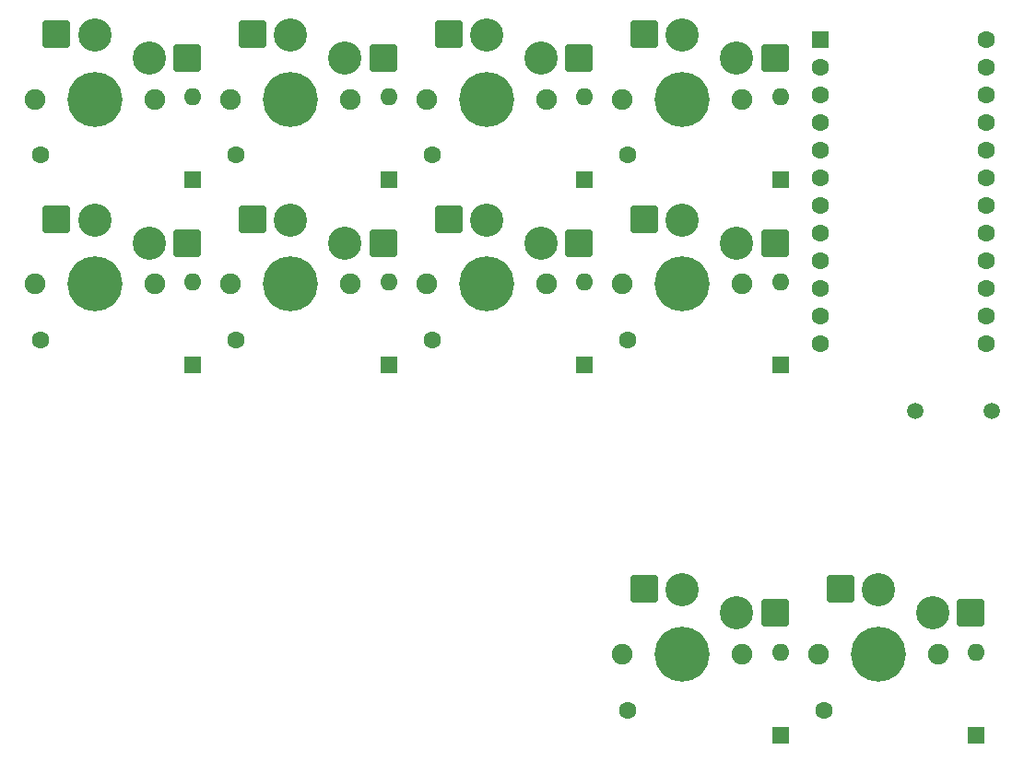
<source format=gbr>
%TF.GenerationSoftware,KiCad,Pcbnew,(6.0.9)*%
%TF.CreationDate,2022-12-21T17:39:15+05:00*%
%TF.ProjectId,vsrgkb-left,76737267-6b62-42d6-9c65-66742e6b6963,rev?*%
%TF.SameCoordinates,Original*%
%TF.FileFunction,Soldermask,Bot*%
%TF.FilePolarity,Negative*%
%FSLAX46Y46*%
G04 Gerber Fmt 4.6, Leading zero omitted, Abs format (unit mm)*
G04 Created by KiCad (PCBNEW (6.0.9)) date 2022-12-21 17:39:15*
%MOMM*%
%LPD*%
G01*
G04 APERTURE LIST*
G04 Aperture macros list*
%AMRoundRect*
0 Rectangle with rounded corners*
0 $1 Rounding radius*
0 $2 $3 $4 $5 $6 $7 $8 $9 X,Y pos of 4 corners*
0 Add a 4 corners polygon primitive as box body*
4,1,4,$2,$3,$4,$5,$6,$7,$8,$9,$2,$3,0*
0 Add four circle primitives for the rounded corners*
1,1,$1+$1,$2,$3*
1,1,$1+$1,$4,$5*
1,1,$1+$1,$6,$7*
1,1,$1+$1,$8,$9*
0 Add four rect primitives between the rounded corners*
20,1,$1+$1,$2,$3,$4,$5,0*
20,1,$1+$1,$4,$5,$6,$7,0*
20,1,$1+$1,$6,$7,$8,$9,0*
20,1,$1+$1,$8,$9,$2,$3,0*%
G04 Aperture macros list end*
%ADD10R,1.600000X1.600000*%
%ADD11O,1.600000X1.600000*%
%ADD12C,3.050000*%
%ADD13C,1.900000*%
%ADD14C,5.050000*%
%ADD15C,1.600000*%
%ADD16RoundRect,0.250000X-1.025000X-1.000000X1.025000X-1.000000X1.025000X1.000000X-1.025000X1.000000X0*%
%ADD17C,1.500000*%
G04 APERTURE END LIST*
D10*
%TO.C,D9*%
X132750000Y-79687500D03*
D11*
X132750000Y-72067500D03*
%TD*%
D12*
%TO.C,SW8*%
X110750000Y-68450000D03*
D13*
X111250000Y-72250000D03*
X100250000Y-72250000D03*
D14*
X105750000Y-72250000D03*
D15*
X100750000Y-77400000D03*
D12*
X105750000Y-66350000D03*
D16*
X102250000Y-66250000D03*
X114250000Y-68450000D03*
%TD*%
D12*
%TO.C,SW10*%
X123750000Y-100350000D03*
X128750000Y-102450000D03*
D15*
X118750000Y-111400000D03*
D13*
X118250000Y-106250000D03*
D14*
X123750000Y-106250000D03*
D13*
X129250000Y-106250000D03*
D16*
X120250000Y-100250000D03*
X132250000Y-102450000D03*
%TD*%
D14*
%TO.C,SW4*%
X123750000Y-55250000D03*
D13*
X129250000Y-55250000D03*
D12*
X128750000Y-51450000D03*
X123750000Y-49350000D03*
D15*
X118750000Y-60400000D03*
D13*
X118250000Y-55250000D03*
D16*
X120250000Y-49250000D03*
X132250000Y-51450000D03*
%TD*%
D10*
%TO.C,D6*%
X78750000Y-79687500D03*
D11*
X78750000Y-72067500D03*
%TD*%
D10*
%TO.C,D2*%
X96750000Y-62687500D03*
D11*
X96750000Y-55067500D03*
%TD*%
D10*
%TO.C,D10*%
X132750000Y-113687500D03*
D11*
X132750000Y-106067500D03*
%TD*%
D13*
%TO.C,SW3*%
X100250000Y-55250000D03*
D12*
X105750000Y-49350000D03*
D14*
X105750000Y-55250000D03*
D12*
X110750000Y-51450000D03*
D13*
X111250000Y-55250000D03*
D15*
X100750000Y-60400000D03*
D16*
X102250000Y-49250000D03*
X114250000Y-51450000D03*
%TD*%
D12*
%TO.C,SW5*%
X141750000Y-100350000D03*
D13*
X136250000Y-106250000D03*
X147250000Y-106250000D03*
D14*
X141750000Y-106250000D03*
D12*
X146750000Y-102450000D03*
D15*
X136750000Y-111400000D03*
D16*
X138250000Y-100250000D03*
X150250000Y-102450000D03*
%TD*%
D10*
%TO.C,D7*%
X96750000Y-79687500D03*
D11*
X96750000Y-72067500D03*
%TD*%
D10*
%TO.C,U1*%
X136380000Y-49780000D03*
D15*
X136380000Y-52320000D03*
X136380000Y-54860000D03*
X136380000Y-57400000D03*
X136380000Y-59940000D03*
X136380000Y-62480000D03*
X136380000Y-65020000D03*
X136380000Y-67560000D03*
X136380000Y-70100000D03*
X136380000Y-72640000D03*
X136380000Y-75180000D03*
X136380000Y-77720000D03*
X151620000Y-77720000D03*
X151620000Y-75180000D03*
X151620000Y-72640000D03*
X151620000Y-70100000D03*
X151620000Y-67560000D03*
X151620000Y-65020000D03*
X151620000Y-62480000D03*
X151620000Y-59940000D03*
X151620000Y-57400000D03*
X151620000Y-54860000D03*
X151620000Y-52320000D03*
X151620000Y-49780000D03*
%TD*%
D12*
%TO.C,SW1*%
X74750000Y-51450000D03*
D13*
X75250000Y-55250000D03*
D14*
X69750000Y-55250000D03*
D12*
X69750000Y-49350000D03*
D15*
X64750000Y-60400000D03*
D13*
X64250000Y-55250000D03*
D16*
X66250000Y-49250000D03*
X78250000Y-51450000D03*
%TD*%
D12*
%TO.C,SW7*%
X92750000Y-68450000D03*
D14*
X87750000Y-72250000D03*
D13*
X82250000Y-72250000D03*
D15*
X82750000Y-77400000D03*
D12*
X87750000Y-66350000D03*
D13*
X93250000Y-72250000D03*
D16*
X84250000Y-66250000D03*
X96250000Y-68450000D03*
%TD*%
D10*
%TO.C,D4*%
X132750000Y-62687500D03*
D11*
X132750000Y-55067500D03*
%TD*%
D13*
%TO.C,SW2*%
X93250000Y-55250000D03*
X82250000Y-55250000D03*
D14*
X87750000Y-55250000D03*
D15*
X82750000Y-60400000D03*
D12*
X87750000Y-49350000D03*
X92750000Y-51450000D03*
D16*
X84250000Y-49250000D03*
X96250000Y-51450000D03*
%TD*%
D17*
%TO.C,J1*%
X152150000Y-83937500D03*
X145150000Y-83937500D03*
%TD*%
D10*
%TO.C,D3*%
X114750000Y-62687500D03*
D11*
X114750000Y-55067500D03*
%TD*%
D10*
%TO.C,D8*%
X114750000Y-79687500D03*
D11*
X114750000Y-72067500D03*
%TD*%
D10*
%TO.C,D1*%
X78750000Y-62687500D03*
D11*
X78750000Y-55067500D03*
%TD*%
D13*
%TO.C,SW6*%
X64250000Y-72250000D03*
D15*
X64750000Y-77400000D03*
D14*
X69750000Y-72250000D03*
D13*
X75250000Y-72250000D03*
D12*
X74750000Y-68450000D03*
X69750000Y-66350000D03*
D16*
X66250000Y-66250000D03*
X78250000Y-68450000D03*
%TD*%
D10*
%TO.C,D5*%
X150750000Y-113687500D03*
D11*
X150750000Y-106067500D03*
%TD*%
D13*
%TO.C,SW9*%
X118250000Y-72250000D03*
D12*
X128750000Y-68450000D03*
D13*
X129250000Y-72250000D03*
D12*
X123750000Y-66350000D03*
D15*
X118750000Y-77400000D03*
D14*
X123750000Y-72250000D03*
D16*
X120250000Y-66250000D03*
X132250000Y-68450000D03*
%TD*%
M02*

</source>
